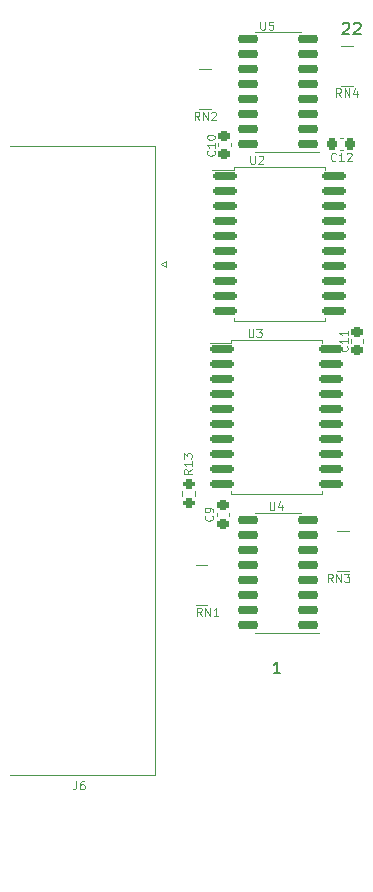
<source format=gbr>
%TF.GenerationSoftware,KiCad,Pcbnew,(6.0.11-0)*%
%TF.CreationDate,2023-05-17T23:02:26+12:00*%
%TF.ProjectId,controller-upper-cut,636f6e74-726f-46c6-9c65-722d75707065,3.2*%
%TF.SameCoordinates,PX1c9c380PY1312d00*%
%TF.FileFunction,Legend,Top*%
%TF.FilePolarity,Positive*%
%FSLAX46Y46*%
G04 Gerber Fmt 4.6, Leading zero omitted, Abs format (unit mm)*
G04 Created by KiCad (PCBNEW (6.0.11-0)) date 2023-05-17 23:02:26*
%MOMM*%
%LPD*%
G01*
G04 APERTURE LIST*
G04 Aperture macros list*
%AMRoundRect*
0 Rectangle with rounded corners*
0 $1 Rounding radius*
0 $2 $3 $4 $5 $6 $7 $8 $9 X,Y pos of 4 corners*
0 Add a 4 corners polygon primitive as box body*
4,1,4,$2,$3,$4,$5,$6,$7,$8,$9,$2,$3,0*
0 Add four circle primitives for the rounded corners*
1,1,$1+$1,$2,$3*
1,1,$1+$1,$4,$5*
1,1,$1+$1,$6,$7*
1,1,$1+$1,$8,$9*
0 Add four rect primitives between the rounded corners*
20,1,$1+$1,$2,$3,$4,$5,0*
20,1,$1+$1,$4,$5,$6,$7,0*
20,1,$1+$1,$6,$7,$8,$9,0*
20,1,$1+$1,$8,$9,$2,$3,0*%
G04 Aperture macros list end*
%ADD10C,0.150000*%
%ADD11C,0.080000*%
%ADD12C,0.120000*%
%ADD13R,0.800000X0.500000*%
%ADD14R,0.800000X0.400000*%
%ADD15RoundRect,0.150000X-0.875000X-0.150000X0.875000X-0.150000X0.875000X0.150000X-0.875000X0.150000X0*%
%ADD16C,5.500000*%
%ADD17RoundRect,0.225000X0.250000X-0.225000X0.250000X0.225000X-0.250000X0.225000X-0.250000X-0.225000X0*%
%ADD18RoundRect,0.225000X-0.250000X0.225000X-0.250000X-0.225000X0.250000X-0.225000X0.250000X0.225000X0*%
%ADD19RoundRect,0.225000X-0.225000X-0.250000X0.225000X-0.250000X0.225000X0.250000X-0.225000X0.250000X0*%
%ADD20RoundRect,0.150000X0.725000X0.150000X-0.725000X0.150000X-0.725000X-0.150000X0.725000X-0.150000X0*%
%ADD21C,4.000000*%
%ADD22R,1.600000X1.600000*%
%ADD23C,1.600000*%
%ADD24RoundRect,0.200000X-0.275000X0.200000X-0.275000X-0.200000X0.275000X-0.200000X0.275000X0.200000X0*%
%ADD25R,1.700000X1.700000*%
%ADD26O,1.700000X1.700000*%
G04 APERTURE END LIST*
D10*
X46538095Y-97540512D02*
X46585714Y-97492893D01*
X46680952Y-97445273D01*
X46919047Y-97445273D01*
X47014285Y-97492893D01*
X47061904Y-97540512D01*
X47109523Y-97635750D01*
X47109523Y-97730988D01*
X47061904Y-97873845D01*
X46490476Y-98445273D01*
X47109523Y-98445273D01*
X47490476Y-97540512D02*
X47538095Y-97492893D01*
X47633333Y-97445273D01*
X47871428Y-97445273D01*
X47966666Y-97492893D01*
X48014285Y-97540512D01*
X48061904Y-97635750D01*
X48061904Y-97730988D01*
X48014285Y-97873845D01*
X47442857Y-98445273D01*
X48061904Y-98445273D01*
X41285714Y-152545273D02*
X40714285Y-152545273D01*
X41000000Y-152545273D02*
X41000000Y-151545273D01*
X40904761Y-151688131D01*
X40809523Y-151783369D01*
X40714285Y-151830988D01*
D11*
%TO.C,RN2*%
X34426666Y-105696059D02*
X34193333Y-105362726D01*
X34026666Y-105696059D02*
X34026666Y-104996059D01*
X34293333Y-104996059D01*
X34360000Y-105029393D01*
X34393333Y-105062726D01*
X34426666Y-105129393D01*
X34426666Y-105229393D01*
X34393333Y-105296059D01*
X34360000Y-105329393D01*
X34293333Y-105362726D01*
X34026666Y-105362726D01*
X34726666Y-105696059D02*
X34726666Y-104996059D01*
X35126666Y-105696059D01*
X35126666Y-104996059D01*
X35426666Y-105062726D02*
X35460000Y-105029393D01*
X35526666Y-104996059D01*
X35693333Y-104996059D01*
X35760000Y-105029393D01*
X35793333Y-105062726D01*
X35826666Y-105129393D01*
X35826666Y-105196059D01*
X35793333Y-105296059D01*
X35393333Y-105696059D01*
X35826666Y-105696059D01*
%TO.C,U3*%
X38584075Y-123356059D02*
X38584075Y-123922726D01*
X38617409Y-123989393D01*
X38650742Y-124022726D01*
X38717409Y-124056059D01*
X38850742Y-124056059D01*
X38917409Y-124022726D01*
X38950742Y-123989393D01*
X38984075Y-123922726D01*
X38984075Y-123356059D01*
X39250742Y-123356059D02*
X39684075Y-123356059D01*
X39450742Y-123622726D01*
X39550742Y-123622726D01*
X39617409Y-123656059D01*
X39650742Y-123689393D01*
X39684075Y-123756059D01*
X39684075Y-123922726D01*
X39650742Y-123989393D01*
X39617409Y-124022726D01*
X39550742Y-124056059D01*
X39350742Y-124056059D01*
X39284075Y-124022726D01*
X39250742Y-123989393D01*
%TO.C,H1*%
X23566666Y-100309559D02*
X23566666Y-99609559D01*
X23566666Y-99942893D02*
X23966666Y-99942893D01*
X23966666Y-100309559D02*
X23966666Y-99609559D01*
X24666666Y-100309559D02*
X24266666Y-100309559D01*
X24466666Y-100309559D02*
X24466666Y-99609559D01*
X24400000Y-99709559D01*
X24333333Y-99776226D01*
X24266666Y-99809559D01*
%TO.C,RN3*%
X45716666Y-144809559D02*
X45483333Y-144476226D01*
X45316666Y-144809559D02*
X45316666Y-144109559D01*
X45583333Y-144109559D01*
X45650000Y-144142893D01*
X45683333Y-144176226D01*
X45716666Y-144242893D01*
X45716666Y-144342893D01*
X45683333Y-144409559D01*
X45650000Y-144442893D01*
X45583333Y-144476226D01*
X45316666Y-144476226D01*
X46016666Y-144809559D02*
X46016666Y-144109559D01*
X46416666Y-144809559D01*
X46416666Y-144109559D01*
X46683333Y-144109559D02*
X47116666Y-144109559D01*
X46883333Y-144376226D01*
X46983333Y-144376226D01*
X47050000Y-144409559D01*
X47083333Y-144442893D01*
X47116666Y-144509559D01*
X47116666Y-144676226D01*
X47083333Y-144742893D01*
X47050000Y-144776226D01*
X46983333Y-144809559D01*
X46783333Y-144809559D01*
X46716666Y-144776226D01*
X46683333Y-144742893D01*
%TO.C,RN1*%
X34616666Y-147678059D02*
X34383333Y-147344726D01*
X34216666Y-147678059D02*
X34216666Y-146978059D01*
X34483333Y-146978059D01*
X34550000Y-147011393D01*
X34583333Y-147044726D01*
X34616666Y-147111393D01*
X34616666Y-147211393D01*
X34583333Y-147278059D01*
X34550000Y-147311393D01*
X34483333Y-147344726D01*
X34216666Y-147344726D01*
X34916666Y-147678059D02*
X34916666Y-146978059D01*
X35316666Y-147678059D01*
X35316666Y-146978059D01*
X36016666Y-147678059D02*
X35616666Y-147678059D01*
X35816666Y-147678059D02*
X35816666Y-146978059D01*
X35750000Y-147078059D01*
X35683333Y-147144726D01*
X35616666Y-147178059D01*
%TO.C,C11*%
X46900000Y-124842893D02*
X46933333Y-124876226D01*
X46966666Y-124976226D01*
X46966666Y-125042893D01*
X46933333Y-125142893D01*
X46866666Y-125209559D01*
X46800000Y-125242893D01*
X46666666Y-125276226D01*
X46566666Y-125276226D01*
X46433333Y-125242893D01*
X46366666Y-125209559D01*
X46300000Y-125142893D01*
X46266666Y-125042893D01*
X46266666Y-124976226D01*
X46300000Y-124876226D01*
X46333333Y-124842893D01*
X46966666Y-124176226D02*
X46966666Y-124576226D01*
X46966666Y-124376226D02*
X46266666Y-124376226D01*
X46366666Y-124442893D01*
X46433333Y-124509559D01*
X46466666Y-124576226D01*
X46966666Y-123509559D02*
X46966666Y-123909559D01*
X46966666Y-123709559D02*
X46266666Y-123709559D01*
X46366666Y-123776226D01*
X46433333Y-123842893D01*
X46466666Y-123909559D01*
%TO.C,C10*%
X35675000Y-108284393D02*
X35708333Y-108317726D01*
X35741666Y-108417726D01*
X35741666Y-108484393D01*
X35708333Y-108584393D01*
X35641666Y-108651059D01*
X35575000Y-108684393D01*
X35441666Y-108717726D01*
X35341666Y-108717726D01*
X35208333Y-108684393D01*
X35141666Y-108651059D01*
X35075000Y-108584393D01*
X35041666Y-108484393D01*
X35041666Y-108417726D01*
X35075000Y-108317726D01*
X35108333Y-108284393D01*
X35741666Y-107617726D02*
X35741666Y-108017726D01*
X35741666Y-107817726D02*
X35041666Y-107817726D01*
X35141666Y-107884393D01*
X35208333Y-107951059D01*
X35241666Y-108017726D01*
X35041666Y-107184393D02*
X35041666Y-107117726D01*
X35075000Y-107051059D01*
X35108333Y-107017726D01*
X35175000Y-106984393D01*
X35308333Y-106951059D01*
X35475000Y-106951059D01*
X35608333Y-106984393D01*
X35675000Y-107017726D01*
X35708333Y-107051059D01*
X35741666Y-107117726D01*
X35741666Y-107184393D01*
X35708333Y-107251059D01*
X35675000Y-107284393D01*
X35608333Y-107317726D01*
X35475000Y-107351059D01*
X35308333Y-107351059D01*
X35175000Y-107317726D01*
X35108333Y-107284393D01*
X35075000Y-107251059D01*
X35041666Y-107184393D01*
%TO.C,RN4*%
X46416666Y-103699559D02*
X46183333Y-103366226D01*
X46016666Y-103699559D02*
X46016666Y-102999559D01*
X46283333Y-102999559D01*
X46350000Y-103032893D01*
X46383333Y-103066226D01*
X46416666Y-103132893D01*
X46416666Y-103232893D01*
X46383333Y-103299559D01*
X46350000Y-103332893D01*
X46283333Y-103366226D01*
X46016666Y-103366226D01*
X46716666Y-103699559D02*
X46716666Y-102999559D01*
X47116666Y-103699559D01*
X47116666Y-102999559D01*
X47750000Y-103232893D02*
X47750000Y-103699559D01*
X47583333Y-102966226D02*
X47416666Y-103466226D01*
X47850000Y-103466226D01*
%TO.C,C12*%
X45975000Y-109089393D02*
X45941666Y-109122726D01*
X45841666Y-109156059D01*
X45775000Y-109156059D01*
X45675000Y-109122726D01*
X45608333Y-109056059D01*
X45575000Y-108989393D01*
X45541666Y-108856059D01*
X45541666Y-108756059D01*
X45575000Y-108622726D01*
X45608333Y-108556059D01*
X45675000Y-108489393D01*
X45775000Y-108456059D01*
X45841666Y-108456059D01*
X45941666Y-108489393D01*
X45975000Y-108522726D01*
X46641666Y-109156059D02*
X46241666Y-109156059D01*
X46441666Y-109156059D02*
X46441666Y-108456059D01*
X46375000Y-108556059D01*
X46308333Y-108622726D01*
X46241666Y-108656059D01*
X46908333Y-108522726D02*
X46941666Y-108489393D01*
X47008333Y-108456059D01*
X47175000Y-108456059D01*
X47241666Y-108489393D01*
X47275000Y-108522726D01*
X47308333Y-108589393D01*
X47308333Y-108656059D01*
X47275000Y-108756059D01*
X46875000Y-109156059D01*
X47308333Y-109156059D01*
%TO.C,U5*%
X39591666Y-97351059D02*
X39591666Y-97917726D01*
X39625000Y-97984393D01*
X39658333Y-98017726D01*
X39725000Y-98051059D01*
X39858333Y-98051059D01*
X39925000Y-98017726D01*
X39958333Y-97984393D01*
X39991666Y-97917726D01*
X39991666Y-97351059D01*
X40658333Y-97351059D02*
X40325000Y-97351059D01*
X40291666Y-97684393D01*
X40325000Y-97651059D01*
X40391666Y-97617726D01*
X40558333Y-97617726D01*
X40625000Y-97651059D01*
X40658333Y-97684393D01*
X40691666Y-97751059D01*
X40691666Y-97917726D01*
X40658333Y-97984393D01*
X40625000Y-98017726D01*
X40558333Y-98051059D01*
X40391666Y-98051059D01*
X40325000Y-98017726D01*
X40291666Y-97984393D01*
%TO.C,H2*%
X23466666Y-169209559D02*
X23466666Y-168509559D01*
X23466666Y-168842893D02*
X23866666Y-168842893D01*
X23866666Y-169209559D02*
X23866666Y-168509559D01*
X24166666Y-168576226D02*
X24200000Y-168542893D01*
X24266666Y-168509559D01*
X24433333Y-168509559D01*
X24500000Y-168542893D01*
X24533333Y-168576226D01*
X24566666Y-168642893D01*
X24566666Y-168709559D01*
X24533333Y-168809559D01*
X24133333Y-169209559D01*
X24566666Y-169209559D01*
%TO.C,J6*%
X23992666Y-161669559D02*
X23992666Y-162169559D01*
X23959333Y-162269559D01*
X23892666Y-162336226D01*
X23792666Y-162369559D01*
X23726000Y-162369559D01*
X24626000Y-161669559D02*
X24492666Y-161669559D01*
X24426000Y-161702893D01*
X24392666Y-161736226D01*
X24326000Y-161836226D01*
X24292666Y-161969559D01*
X24292666Y-162236226D01*
X24326000Y-162302893D01*
X24359333Y-162336226D01*
X24426000Y-162369559D01*
X24559333Y-162369559D01*
X24626000Y-162336226D01*
X24659333Y-162302893D01*
X24692666Y-162236226D01*
X24692666Y-162069559D01*
X24659333Y-162002893D01*
X24626000Y-161969559D01*
X24559333Y-161936226D01*
X24426000Y-161936226D01*
X24359333Y-161969559D01*
X24326000Y-162002893D01*
X24292666Y-162069559D01*
%TO.C,R13*%
X33774466Y-135251293D02*
X33441133Y-135484626D01*
X33774466Y-135651293D02*
X33074466Y-135651293D01*
X33074466Y-135384626D01*
X33107800Y-135317959D01*
X33141133Y-135284626D01*
X33207800Y-135251293D01*
X33307800Y-135251293D01*
X33374466Y-135284626D01*
X33407800Y-135317959D01*
X33441133Y-135384626D01*
X33441133Y-135651293D01*
X33774466Y-134584626D02*
X33774466Y-134984626D01*
X33774466Y-134784626D02*
X33074466Y-134784626D01*
X33174466Y-134851293D01*
X33241133Y-134917959D01*
X33274466Y-134984626D01*
X33074466Y-134351293D02*
X33074466Y-133917959D01*
X33341133Y-134151293D01*
X33341133Y-134051293D01*
X33374466Y-133984626D01*
X33407800Y-133951293D01*
X33474466Y-133917959D01*
X33641133Y-133917959D01*
X33707800Y-133951293D01*
X33741133Y-133984626D01*
X33774466Y-134051293D01*
X33774466Y-134251293D01*
X33741133Y-134317959D01*
X33707800Y-134351293D01*
%TO.C,U4*%
X40366666Y-138016666D02*
X40366666Y-138583333D01*
X40400000Y-138650000D01*
X40433333Y-138683333D01*
X40500000Y-138716666D01*
X40633333Y-138716666D01*
X40700000Y-138683333D01*
X40733333Y-138650000D01*
X40766666Y-138583333D01*
X40766666Y-138016666D01*
X41400000Y-138250000D02*
X41400000Y-138716666D01*
X41233333Y-137983333D02*
X41066666Y-138483333D01*
X41500000Y-138483333D01*
%TO.C,C9*%
X35500000Y-139177672D02*
X35533333Y-139211006D01*
X35566666Y-139311006D01*
X35566666Y-139377672D01*
X35533333Y-139477672D01*
X35466666Y-139544339D01*
X35400000Y-139577672D01*
X35266666Y-139611006D01*
X35166666Y-139611006D01*
X35033333Y-139577672D01*
X34966666Y-139544339D01*
X34900000Y-139477672D01*
X34866666Y-139377672D01*
X34866666Y-139311006D01*
X34900000Y-139211006D01*
X34933333Y-139177672D01*
X35566666Y-138844339D02*
X35566666Y-138711006D01*
X35533333Y-138644339D01*
X35500000Y-138611006D01*
X35400000Y-138544339D01*
X35266666Y-138511006D01*
X35000000Y-138511006D01*
X34933333Y-138544339D01*
X34900000Y-138577672D01*
X34866666Y-138644339D01*
X34866666Y-138777672D01*
X34900000Y-138844339D01*
X34933333Y-138877672D01*
X35000000Y-138911006D01*
X35166666Y-138911006D01*
X35233333Y-138877672D01*
X35266666Y-138844339D01*
X35300000Y-138777672D01*
X35300000Y-138644339D01*
X35266666Y-138577672D01*
X35233333Y-138544339D01*
X35166666Y-138511006D01*
%TO.C,U2*%
X38734075Y-108706059D02*
X38734075Y-109272726D01*
X38767409Y-109339393D01*
X38800742Y-109372726D01*
X38867409Y-109406059D01*
X39000742Y-109406059D01*
X39067409Y-109372726D01*
X39100742Y-109339393D01*
X39134075Y-109272726D01*
X39134075Y-108706059D01*
X39434075Y-108772726D02*
X39467409Y-108739393D01*
X39534075Y-108706059D01*
X39700742Y-108706059D01*
X39767409Y-108739393D01*
X39800742Y-108772726D01*
X39834075Y-108839393D01*
X39834075Y-108906059D01*
X39800742Y-109006059D01*
X39400742Y-109406059D01*
X39834075Y-109406059D01*
D12*
%TO.C,RN2*%
X35400000Y-101409393D02*
X34400000Y-101409393D01*
X35400000Y-104769393D02*
X34400000Y-104769393D01*
%TO.C,U3*%
X44813560Y-137341833D02*
X44813560Y-137106833D01*
X44813560Y-124321833D02*
X44813560Y-124556833D01*
X37093560Y-124556833D02*
X35278560Y-124556833D01*
X40953560Y-137341833D02*
X37093560Y-137341833D01*
X37093560Y-124321833D02*
X37093560Y-124556833D01*
X40953560Y-137341833D02*
X44813560Y-137341833D01*
X37093560Y-137341833D02*
X37093560Y-137106833D01*
X40953560Y-124321833D02*
X37093560Y-124321833D01*
X40953560Y-124321833D02*
X44813560Y-124321833D01*
%TO.C,RN3*%
X47100000Y-143872893D02*
X46100000Y-143872893D01*
X47100000Y-140512893D02*
X46100000Y-140512893D01*
%TO.C,RN1*%
X35100000Y-146713393D02*
X34100000Y-146713393D01*
X35100000Y-143353393D02*
X34100000Y-143353393D01*
%TO.C,C11*%
X47290000Y-124533473D02*
X47290000Y-124252313D01*
X48310000Y-124533473D02*
X48310000Y-124252313D01*
%TO.C,C10*%
X36034000Y-107643813D02*
X36034000Y-107924973D01*
X37054000Y-107643813D02*
X37054000Y-107924973D01*
%TO.C,RN4*%
X46400000Y-102772893D02*
X47400000Y-102772893D01*
X46400000Y-99412893D02*
X47400000Y-99412893D01*
%TO.C,C12*%
X46284420Y-107229393D02*
X46565580Y-107229393D01*
X46284420Y-108249393D02*
X46565580Y-108249393D01*
%TO.C,U5*%
X41079000Y-108354393D02*
X39129000Y-108354393D01*
X41079000Y-98234393D02*
X39129000Y-98234393D01*
X41079000Y-108354393D02*
X44529000Y-108354393D01*
X41079000Y-98234393D02*
X43029000Y-98234393D01*
%TO.C,J6*%
X31151656Y-117887893D02*
X31584669Y-117637893D01*
X30690331Y-161117893D02*
X18350331Y-161117893D01*
X18350331Y-107897893D02*
X30690331Y-107897893D01*
X30690331Y-107897893D02*
X30690331Y-161117893D01*
X31584669Y-118137893D02*
X31151656Y-117887893D01*
X31584669Y-117637893D02*
X31584669Y-118137893D01*
%TO.C,R13*%
X32977500Y-137055635D02*
X32977500Y-137530151D01*
X34022500Y-137055635D02*
X34022500Y-137530151D01*
%TO.C,U4*%
X41079000Y-149081393D02*
X39129000Y-149081393D01*
X41079000Y-138961393D02*
X43029000Y-138961393D01*
X41079000Y-149081393D02*
X44529000Y-149081393D01*
X41079000Y-138961393D02*
X39129000Y-138961393D01*
%TO.C,C9*%
X36910000Y-139226586D02*
X36910000Y-138945426D01*
X35890000Y-139226586D02*
X35890000Y-138945426D01*
%TO.C,U2*%
X37343560Y-109885833D02*
X35528560Y-109885833D01*
X41203560Y-109650833D02*
X45063560Y-109650833D01*
X45063560Y-122670833D02*
X45063560Y-122435833D01*
X41203560Y-122670833D02*
X37343560Y-122670833D01*
X45063560Y-109650833D02*
X45063560Y-109885833D01*
X41203560Y-122670833D02*
X45063560Y-122670833D01*
X41203560Y-109650833D02*
X37343560Y-109650833D01*
X37343560Y-109650833D02*
X37343560Y-109885833D01*
X37343560Y-122670833D02*
X37343560Y-122435833D01*
%TD*%
%LPC*%
D13*
%TO.C,RN2*%
X34000000Y-101889393D03*
D14*
X34000000Y-102689393D03*
X34000000Y-103489393D03*
D13*
X34000000Y-104289393D03*
X35800000Y-104289393D03*
D14*
X35800000Y-103489393D03*
X35800000Y-102689393D03*
D13*
X35800000Y-101889393D03*
%TD*%
D15*
%TO.C,U3*%
X36303560Y-125116833D03*
X36303560Y-126386833D03*
X36303560Y-127656833D03*
X36303560Y-128926833D03*
X36303560Y-130196833D03*
X36303560Y-131466833D03*
X36303560Y-132736833D03*
X36303560Y-134006833D03*
X36303560Y-135276833D03*
X36303560Y-136546833D03*
X45603560Y-136546833D03*
X45603560Y-135276833D03*
X45603560Y-134006833D03*
X45603560Y-132736833D03*
X45603560Y-131466833D03*
X45603560Y-130196833D03*
X45603560Y-128926833D03*
X45603560Y-127656833D03*
X45603560Y-126386833D03*
X45603560Y-125116833D03*
%TD*%
D16*
%TO.C,H1*%
X24000000Y-99992893D03*
%TD*%
D13*
%TO.C,RN3*%
X45700000Y-140992893D03*
D14*
X45700000Y-141792893D03*
X45700000Y-142592893D03*
D13*
X45700000Y-143392893D03*
X47500000Y-143392893D03*
D14*
X47500000Y-142592893D03*
X47500000Y-141792893D03*
D13*
X47500000Y-140992893D03*
%TD*%
%TO.C,RN1*%
X33700000Y-143833393D03*
D14*
X33700000Y-144633393D03*
X33700000Y-145433393D03*
D13*
X33700000Y-146233393D03*
X35500000Y-146233393D03*
D14*
X35500000Y-145433393D03*
X35500000Y-144633393D03*
D13*
X35500000Y-143833393D03*
%TD*%
D17*
%TO.C,C11*%
X47800000Y-125167893D03*
X47800000Y-123617893D03*
%TD*%
D18*
%TO.C,C10*%
X36544000Y-107009393D03*
X36544000Y-108559393D03*
%TD*%
D13*
%TO.C,RN4*%
X47800000Y-102292893D03*
D14*
X47800000Y-101492893D03*
X47800000Y-100692893D03*
D13*
X47800000Y-99892893D03*
X46000000Y-99892893D03*
D14*
X46000000Y-100692893D03*
X46000000Y-101492893D03*
D13*
X46000000Y-102292893D03*
%TD*%
D19*
%TO.C,C12*%
X45650000Y-107739393D03*
X47200000Y-107739393D03*
%TD*%
D20*
%TO.C,U5*%
X43654000Y-107739393D03*
X43654000Y-106469393D03*
X43654000Y-105199393D03*
X43654000Y-103929393D03*
X43654000Y-102659393D03*
X43654000Y-101389393D03*
X43654000Y-100119393D03*
X43654000Y-98849393D03*
X38504000Y-98849393D03*
X38504000Y-100119393D03*
X38504000Y-101389393D03*
X38504000Y-102659393D03*
X38504000Y-103929393D03*
X38504000Y-105199393D03*
X38504000Y-106469393D03*
X38504000Y-107739393D03*
%TD*%
D16*
%TO.C,H2*%
X24000000Y-168992893D03*
%TD*%
D21*
%TO.C,J6*%
X27410331Y-158057893D03*
X27410331Y-110957893D03*
D22*
X28830331Y-117887893D03*
D23*
X28830331Y-120657893D03*
X28830331Y-123427893D03*
X28830331Y-126197893D03*
X28830331Y-128967893D03*
X28830331Y-131737893D03*
X28830331Y-134507893D03*
X28830331Y-137277893D03*
X28830331Y-140047893D03*
X28830331Y-142817893D03*
X28830331Y-145587893D03*
X28830331Y-148357893D03*
X28830331Y-151127893D03*
X25990331Y-119272893D03*
X25990331Y-122042893D03*
X25990331Y-124812893D03*
X25990331Y-127582893D03*
X25990331Y-130352893D03*
X25990331Y-133122893D03*
X25990331Y-135892893D03*
X25990331Y-138662893D03*
X25990331Y-141432893D03*
X25990331Y-144202893D03*
X25990331Y-146972893D03*
X25990331Y-149742893D03*
%TD*%
D24*
%TO.C,R13*%
X33500000Y-136467893D03*
X33500000Y-138117893D03*
%TD*%
D20*
%TO.C,U4*%
X43654000Y-148466393D03*
X43654000Y-147196393D03*
X43654000Y-145926393D03*
X43654000Y-144656393D03*
X43654000Y-143386393D03*
X43654000Y-142116393D03*
X43654000Y-140846393D03*
X43654000Y-139576393D03*
X38504000Y-139576393D03*
X38504000Y-140846393D03*
X38504000Y-142116393D03*
X38504000Y-143386393D03*
X38504000Y-144656393D03*
X38504000Y-145926393D03*
X38504000Y-147196393D03*
X38504000Y-148466393D03*
%TD*%
D17*
%TO.C,C9*%
X36400000Y-139861006D03*
X36400000Y-138311006D03*
%TD*%
D15*
%TO.C,U2*%
X36553560Y-110445833D03*
X36553560Y-111715833D03*
X36553560Y-112985833D03*
X36553560Y-114255833D03*
X36553560Y-115525833D03*
X36553560Y-116795833D03*
X36553560Y-118065833D03*
X36553560Y-119335833D03*
X36553560Y-120605833D03*
X36553560Y-121875833D03*
X45853560Y-121875833D03*
X45853560Y-120605833D03*
X45853560Y-119335833D03*
X45853560Y-118065833D03*
X45853560Y-116795833D03*
X45853560Y-115525833D03*
X45853560Y-114255833D03*
X45853560Y-112985833D03*
X45853560Y-111715833D03*
X45853560Y-110445833D03*
%TD*%
D25*
%TO.C,J1*%
X50063000Y-154417000D03*
D26*
X50063000Y-151877000D03*
X50063000Y-149337000D03*
X50063000Y-146797000D03*
X50063000Y-144257000D03*
X50063000Y-141717000D03*
X50063000Y-139177000D03*
X50063000Y-136637000D03*
X50063000Y-134097000D03*
X50063000Y-131557000D03*
X50063000Y-129017000D03*
X50063000Y-126477000D03*
X50063000Y-123937000D03*
X50063000Y-121397000D03*
X50063000Y-118857000D03*
X50063000Y-116317000D03*
X50063000Y-113777000D03*
X50063000Y-111237000D03*
X50063000Y-108697000D03*
X50063000Y-106157000D03*
X50063000Y-103617000D03*
X50063000Y-101077000D03*
X50063000Y-98537000D03*
%TD*%
M02*

</source>
